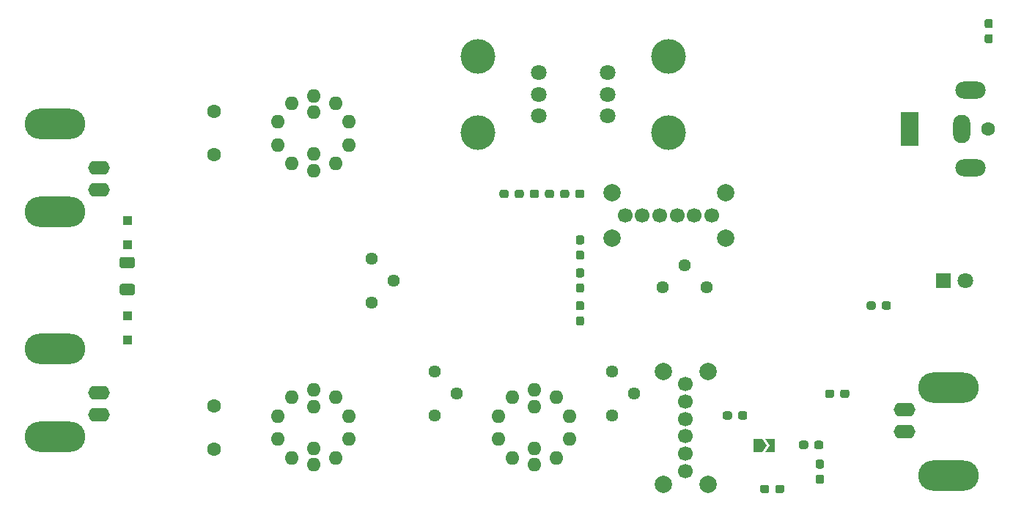
<source format=gbs>
G04 #@! TF.GenerationSoftware,KiCad,Pcbnew,(5.1.9)-1*
G04 #@! TF.CreationDate,2021-04-24T18:19:28-05:00*
G04 #@! TF.ProjectId,high-gain-diff-probe,68696768-2d67-4616-996e-2d646966662d,rev?*
G04 #@! TF.SameCoordinates,Original*
G04 #@! TF.FileFunction,Soldermask,Bot*
G04 #@! TF.FilePolarity,Negative*
%FSLAX46Y46*%
G04 Gerber Fmt 4.6, Leading zero omitted, Abs format (unit mm)*
G04 Created by KiCad (PCBNEW (5.1.9)-1) date 2021-04-24 18:19:28*
%MOMM*%
%LPD*%
G01*
G04 APERTURE LIST*
%ADD10C,1.800000*%
%ADD11R,1.800000X1.800000*%
%ADD12C,1.600000*%
%ADD13C,0.100000*%
%ADD14C,4.000000*%
%ADD15C,1.700000*%
%ADD16C,2.000000*%
%ADD17R,1.100000X1.100000*%
%ADD18C,1.440000*%
%ADD19O,1.600000X1.600000*%
%ADD20O,3.500000X2.000000*%
%ADD21O,2.000000X3.300000*%
%ADD22R,2.000000X4.000000*%
%ADD23O,2.500000X1.600000*%
%ADD24O,7.000000X3.500000*%
G04 APERTURE END LIST*
D10*
X203340000Y-100000000D03*
D11*
X200800000Y-100000000D03*
D12*
X116500000Y-114500000D03*
X116500000Y-119500000D03*
X116500000Y-80500000D03*
X116500000Y-85500000D03*
D13*
G36*
X180375000Y-119100000D02*
G01*
X179875000Y-119850000D01*
X178875000Y-119850000D01*
X178875000Y-118350000D01*
X179875000Y-118350000D01*
X180375000Y-119100000D01*
G37*
G36*
X181325000Y-119850000D02*
G01*
X180175000Y-119850000D01*
X180675000Y-119100000D01*
X180175000Y-118350000D01*
X181325000Y-118350000D01*
X181325000Y-119850000D01*
G37*
D14*
X147000000Y-74100000D03*
X147000000Y-82900000D03*
D10*
X154000000Y-76000000D03*
X154000000Y-78500000D03*
X154000000Y-81000000D03*
D15*
X174000000Y-92500000D03*
X172000000Y-92500000D03*
X170000000Y-92500000D03*
X168000000Y-92500000D03*
X166000000Y-92500000D03*
X164000000Y-92500000D03*
D16*
X162500000Y-95100000D03*
X175600000Y-95100000D03*
X175600000Y-89900000D03*
X162500000Y-89900000D03*
D15*
X171000000Y-122000000D03*
X171000000Y-120000000D03*
X171000000Y-118000000D03*
X171000000Y-116000000D03*
X171000000Y-114000000D03*
X171000000Y-112000000D03*
D16*
X168400000Y-110500000D03*
X168400000Y-123600000D03*
X173600000Y-123600000D03*
X173600000Y-110500000D03*
G36*
G01*
X105874999Y-100400000D02*
X107125001Y-100400000D01*
G75*
G02*
X107375000Y-100649999I0J-249999D01*
G01*
X107375000Y-101450001D01*
G75*
G02*
X107125001Y-101700000I-249999J0D01*
G01*
X105874999Y-101700000D01*
G75*
G02*
X105625000Y-101450001I0J249999D01*
G01*
X105625000Y-100649999D01*
G75*
G02*
X105874999Y-100400000I249999J0D01*
G01*
G37*
G36*
G01*
X105874999Y-97300000D02*
X107125001Y-97300000D01*
G75*
G02*
X107375000Y-97549999I0J-249999D01*
G01*
X107375000Y-98350001D01*
G75*
G02*
X107125001Y-98600000I-249999J0D01*
G01*
X105874999Y-98600000D01*
G75*
G02*
X105625000Y-98350001I0J249999D01*
G01*
X105625000Y-97549999D01*
G75*
G02*
X105874999Y-97300000I249999J0D01*
G01*
G37*
D17*
X106500000Y-104100000D03*
X106500000Y-106900000D03*
X106500000Y-93100000D03*
X106500000Y-95900000D03*
G36*
G01*
X180650000Y-123862500D02*
X180650000Y-124337500D01*
G75*
G02*
X180412500Y-124575000I-237500J0D01*
G01*
X179837500Y-124575000D01*
G75*
G02*
X179600000Y-124337500I0J237500D01*
G01*
X179600000Y-123862500D01*
G75*
G02*
X179837500Y-123625000I237500J0D01*
G01*
X180412500Y-123625000D01*
G75*
G02*
X180650000Y-123862500I0J-237500D01*
G01*
G37*
G36*
G01*
X182400000Y-123862500D02*
X182400000Y-124337500D01*
G75*
G02*
X182162500Y-124575000I-237500J0D01*
G01*
X181587500Y-124575000D01*
G75*
G02*
X181350000Y-124337500I0J237500D01*
G01*
X181350000Y-123862500D01*
G75*
G02*
X181587500Y-123625000I237500J0D01*
G01*
X182162500Y-123625000D01*
G75*
G02*
X182400000Y-123862500I0J-237500D01*
G01*
G37*
G36*
G01*
X186262500Y-122450000D02*
X186737500Y-122450000D01*
G75*
G02*
X186975000Y-122687500I0J-237500D01*
G01*
X186975000Y-123262500D01*
G75*
G02*
X186737500Y-123500000I-237500J0D01*
G01*
X186262500Y-123500000D01*
G75*
G02*
X186025000Y-123262500I0J237500D01*
G01*
X186025000Y-122687500D01*
G75*
G02*
X186262500Y-122450000I237500J0D01*
G01*
G37*
G36*
G01*
X186262500Y-120700000D02*
X186737500Y-120700000D01*
G75*
G02*
X186975000Y-120937500I0J-237500D01*
G01*
X186975000Y-121512500D01*
G75*
G02*
X186737500Y-121750000I-237500J0D01*
G01*
X186262500Y-121750000D01*
G75*
G02*
X186025000Y-121512500I0J237500D01*
G01*
X186025000Y-120937500D01*
G75*
G02*
X186262500Y-120700000I237500J0D01*
G01*
G37*
G36*
G01*
X188150000Y-112862500D02*
X188150000Y-113337500D01*
G75*
G02*
X187912500Y-113575000I-237500J0D01*
G01*
X187337500Y-113575000D01*
G75*
G02*
X187100000Y-113337500I0J237500D01*
G01*
X187100000Y-112862500D01*
G75*
G02*
X187337500Y-112625000I237500J0D01*
G01*
X187912500Y-112625000D01*
G75*
G02*
X188150000Y-112862500I0J-237500D01*
G01*
G37*
G36*
G01*
X189900000Y-112862500D02*
X189900000Y-113337500D01*
G75*
G02*
X189662500Y-113575000I-237500J0D01*
G01*
X189087500Y-113575000D01*
G75*
G02*
X188850000Y-113337500I0J237500D01*
G01*
X188850000Y-112862500D01*
G75*
G02*
X189087500Y-112625000I237500J0D01*
G01*
X189662500Y-112625000D01*
G75*
G02*
X189900000Y-112862500I0J-237500D01*
G01*
G37*
G36*
G01*
X176350000Y-115362500D02*
X176350000Y-115837500D01*
G75*
G02*
X176112500Y-116075000I-237500J0D01*
G01*
X175537500Y-116075000D01*
G75*
G02*
X175300000Y-115837500I0J237500D01*
G01*
X175300000Y-115362500D01*
G75*
G02*
X175537500Y-115125000I237500J0D01*
G01*
X176112500Y-115125000D01*
G75*
G02*
X176350000Y-115362500I0J-237500D01*
G01*
G37*
G36*
G01*
X178100000Y-115362500D02*
X178100000Y-115837500D01*
G75*
G02*
X177862500Y-116075000I-237500J0D01*
G01*
X177287500Y-116075000D01*
G75*
G02*
X177050000Y-115837500I0J237500D01*
G01*
X177050000Y-115362500D01*
G75*
G02*
X177287500Y-115125000I237500J0D01*
G01*
X177862500Y-115125000D01*
G75*
G02*
X178100000Y-115362500I0J-237500D01*
G01*
G37*
G36*
G01*
X151250000Y-90237500D02*
X151250000Y-89762500D01*
G75*
G02*
X151487500Y-89525000I237500J0D01*
G01*
X152062500Y-89525000D01*
G75*
G02*
X152300000Y-89762500I0J-237500D01*
G01*
X152300000Y-90237500D01*
G75*
G02*
X152062500Y-90475000I-237500J0D01*
G01*
X151487500Y-90475000D01*
G75*
G02*
X151250000Y-90237500I0J237500D01*
G01*
G37*
G36*
G01*
X149500000Y-90237500D02*
X149500000Y-89762500D01*
G75*
G02*
X149737500Y-89525000I237500J0D01*
G01*
X150312500Y-89525000D01*
G75*
G02*
X150550000Y-89762500I0J-237500D01*
G01*
X150550000Y-90237500D01*
G75*
G02*
X150312500Y-90475000I-237500J0D01*
G01*
X149737500Y-90475000D01*
G75*
G02*
X149500000Y-90237500I0J237500D01*
G01*
G37*
G36*
G01*
X158250000Y-90237500D02*
X158250000Y-89762500D01*
G75*
G02*
X158487500Y-89525000I237500J0D01*
G01*
X159062500Y-89525000D01*
G75*
G02*
X159300000Y-89762500I0J-237500D01*
G01*
X159300000Y-90237500D01*
G75*
G02*
X159062500Y-90475000I-237500J0D01*
G01*
X158487500Y-90475000D01*
G75*
G02*
X158250000Y-90237500I0J237500D01*
G01*
G37*
G36*
G01*
X156500000Y-90237500D02*
X156500000Y-89762500D01*
G75*
G02*
X156737500Y-89525000I237500J0D01*
G01*
X157312500Y-89525000D01*
G75*
G02*
X157550000Y-89762500I0J-237500D01*
G01*
X157550000Y-90237500D01*
G75*
G02*
X157312500Y-90475000I-237500J0D01*
G01*
X156737500Y-90475000D01*
G75*
G02*
X156500000Y-90237500I0J237500D01*
G01*
G37*
D18*
X162500000Y-115580000D03*
X165040000Y-113040000D03*
X162500000Y-110500000D03*
D19*
X153500000Y-119415000D03*
X153500000Y-114585000D03*
X149391436Y-118334953D03*
X150960768Y-120494953D03*
X153500000Y-121320000D03*
X156039232Y-120494953D03*
X157608564Y-118334953D03*
X157608564Y-115665047D03*
X156039232Y-113505047D03*
X153500000Y-112680000D03*
X150960768Y-113505047D03*
X149391436Y-115665047D03*
G36*
G01*
X205762500Y-71550000D02*
X206237500Y-71550000D01*
G75*
G02*
X206475000Y-71787500I0J-237500D01*
G01*
X206475000Y-72362500D01*
G75*
G02*
X206237500Y-72600000I-237500J0D01*
G01*
X205762500Y-72600000D01*
G75*
G02*
X205525000Y-72362500I0J237500D01*
G01*
X205525000Y-71787500D01*
G75*
G02*
X205762500Y-71550000I237500J0D01*
G01*
G37*
G36*
G01*
X205762500Y-69800000D02*
X206237500Y-69800000D01*
G75*
G02*
X206475000Y-70037500I0J-237500D01*
G01*
X206475000Y-70612500D01*
G75*
G02*
X206237500Y-70850000I-237500J0D01*
G01*
X205762500Y-70850000D01*
G75*
G02*
X205525000Y-70612500I0J237500D01*
G01*
X205525000Y-70037500D01*
G75*
G02*
X205762500Y-69800000I237500J0D01*
G01*
G37*
D18*
X142000000Y-115580000D03*
X144540000Y-113040000D03*
X142000000Y-110500000D03*
D19*
X128000000Y-119415000D03*
X128000000Y-114585000D03*
X123891436Y-118334953D03*
X125460768Y-120494953D03*
X128000000Y-121320000D03*
X130539232Y-120494953D03*
X132108564Y-118334953D03*
X132108564Y-115665047D03*
X130539232Y-113505047D03*
X128000000Y-112680000D03*
X125460768Y-113505047D03*
X123891436Y-115665047D03*
D18*
X173380000Y-100800000D03*
X170840000Y-98260000D03*
X168300000Y-100800000D03*
G36*
G01*
X159037500Y-103450000D02*
X158562500Y-103450000D01*
G75*
G02*
X158325000Y-103212500I0J237500D01*
G01*
X158325000Y-102637500D01*
G75*
G02*
X158562500Y-102400000I237500J0D01*
G01*
X159037500Y-102400000D01*
G75*
G02*
X159275000Y-102637500I0J-237500D01*
G01*
X159275000Y-103212500D01*
G75*
G02*
X159037500Y-103450000I-237500J0D01*
G01*
G37*
G36*
G01*
X159037500Y-105200000D02*
X158562500Y-105200000D01*
G75*
G02*
X158325000Y-104962500I0J237500D01*
G01*
X158325000Y-104387500D01*
G75*
G02*
X158562500Y-104150000I237500J0D01*
G01*
X159037500Y-104150000D01*
G75*
G02*
X159275000Y-104387500I0J-237500D01*
G01*
X159275000Y-104962500D01*
G75*
G02*
X159037500Y-105200000I-237500J0D01*
G01*
G37*
G36*
G01*
X159037500Y-95850000D02*
X158562500Y-95850000D01*
G75*
G02*
X158325000Y-95612500I0J237500D01*
G01*
X158325000Y-95037500D01*
G75*
G02*
X158562500Y-94800000I237500J0D01*
G01*
X159037500Y-94800000D01*
G75*
G02*
X159275000Y-95037500I0J-237500D01*
G01*
X159275000Y-95612500D01*
G75*
G02*
X159037500Y-95850000I-237500J0D01*
G01*
G37*
G36*
G01*
X159037500Y-97600000D02*
X158562500Y-97600000D01*
G75*
G02*
X158325000Y-97362500I0J237500D01*
G01*
X158325000Y-96787500D01*
G75*
G02*
X158562500Y-96550000I237500J0D01*
G01*
X159037500Y-96550000D01*
G75*
G02*
X159275000Y-96787500I0J-237500D01*
G01*
X159275000Y-97362500D01*
G75*
G02*
X159037500Y-97600000I-237500J0D01*
G01*
G37*
D19*
X128000000Y-85415000D03*
X128000000Y-80585000D03*
X123891436Y-84334953D03*
X125460768Y-86494953D03*
X128000000Y-87320000D03*
X130539232Y-86494953D03*
X132108564Y-84334953D03*
X132108564Y-81665047D03*
X130539232Y-79505047D03*
X128000000Y-78680000D03*
X125460768Y-79505047D03*
X123891436Y-81665047D03*
D14*
X169000000Y-82900000D03*
X169000000Y-74100000D03*
D10*
X162000000Y-81000000D03*
X162000000Y-78500000D03*
X162000000Y-76000000D03*
D12*
X205900000Y-82500000D03*
D20*
X203900000Y-78000000D03*
X203900000Y-87000000D03*
D21*
X202900000Y-82500000D03*
D22*
X196900000Y-82500000D03*
D18*
X134710000Y-102540000D03*
X137250000Y-100000000D03*
X134710000Y-97460000D03*
D23*
X196300000Y-114960000D03*
X196300000Y-117500000D03*
D24*
X201380000Y-122580000D03*
X201380000Y-112420000D03*
D23*
X103200000Y-115540000D03*
X103200000Y-113000000D03*
D24*
X98120000Y-107920000D03*
X98120000Y-118080000D03*
D23*
X103200000Y-89540000D03*
X103200000Y-87000000D03*
D24*
X98120000Y-81920000D03*
X98120000Y-92080000D03*
G36*
G01*
X194700000Y-102662500D02*
X194700000Y-103137500D01*
G75*
G02*
X194462500Y-103375000I-237500J0D01*
G01*
X193887500Y-103375000D01*
G75*
G02*
X193650000Y-103137500I0J237500D01*
G01*
X193650000Y-102662500D01*
G75*
G02*
X193887500Y-102425000I237500J0D01*
G01*
X194462500Y-102425000D01*
G75*
G02*
X194700000Y-102662500I0J-237500D01*
G01*
G37*
G36*
G01*
X192950000Y-102662500D02*
X192950000Y-103137500D01*
G75*
G02*
X192712500Y-103375000I-237500J0D01*
G01*
X192137500Y-103375000D01*
G75*
G02*
X191900000Y-103137500I0J237500D01*
G01*
X191900000Y-102662500D01*
G75*
G02*
X192137500Y-102425000I237500J0D01*
G01*
X192712500Y-102425000D01*
G75*
G02*
X192950000Y-102662500I0J-237500D01*
G01*
G37*
G36*
G01*
X185150000Y-118762500D02*
X185150000Y-119237500D01*
G75*
G02*
X184912500Y-119475000I-237500J0D01*
G01*
X184337500Y-119475000D01*
G75*
G02*
X184100000Y-119237500I0J237500D01*
G01*
X184100000Y-118762500D01*
G75*
G02*
X184337500Y-118525000I237500J0D01*
G01*
X184912500Y-118525000D01*
G75*
G02*
X185150000Y-118762500I0J-237500D01*
G01*
G37*
G36*
G01*
X186900000Y-118762500D02*
X186900000Y-119237500D01*
G75*
G02*
X186662500Y-119475000I-237500J0D01*
G01*
X186087500Y-119475000D01*
G75*
G02*
X185850000Y-119237500I0J237500D01*
G01*
X185850000Y-118762500D01*
G75*
G02*
X186087500Y-118525000I237500J0D01*
G01*
X186662500Y-118525000D01*
G75*
G02*
X186900000Y-118762500I0J-237500D01*
G01*
G37*
G36*
G01*
X154050000Y-89762500D02*
X154050000Y-90237500D01*
G75*
G02*
X153812500Y-90475000I-237500J0D01*
G01*
X153237500Y-90475000D01*
G75*
G02*
X153000000Y-90237500I0J237500D01*
G01*
X153000000Y-89762500D01*
G75*
G02*
X153237500Y-89525000I237500J0D01*
G01*
X153812500Y-89525000D01*
G75*
G02*
X154050000Y-89762500I0J-237500D01*
G01*
G37*
G36*
G01*
X155800000Y-89762500D02*
X155800000Y-90237500D01*
G75*
G02*
X155562500Y-90475000I-237500J0D01*
G01*
X154987500Y-90475000D01*
G75*
G02*
X154750000Y-90237500I0J237500D01*
G01*
X154750000Y-89762500D01*
G75*
G02*
X154987500Y-89525000I237500J0D01*
G01*
X155562500Y-89525000D01*
G75*
G02*
X155800000Y-89762500I0J-237500D01*
G01*
G37*
G36*
G01*
X158562500Y-100350000D02*
X159037500Y-100350000D01*
G75*
G02*
X159275000Y-100587500I0J-237500D01*
G01*
X159275000Y-101162500D01*
G75*
G02*
X159037500Y-101400000I-237500J0D01*
G01*
X158562500Y-101400000D01*
G75*
G02*
X158325000Y-101162500I0J237500D01*
G01*
X158325000Y-100587500D01*
G75*
G02*
X158562500Y-100350000I237500J0D01*
G01*
G37*
G36*
G01*
X158562500Y-98600000D02*
X159037500Y-98600000D01*
G75*
G02*
X159275000Y-98837500I0J-237500D01*
G01*
X159275000Y-99412500D01*
G75*
G02*
X159037500Y-99650000I-237500J0D01*
G01*
X158562500Y-99650000D01*
G75*
G02*
X158325000Y-99412500I0J237500D01*
G01*
X158325000Y-98837500D01*
G75*
G02*
X158562500Y-98600000I237500J0D01*
G01*
G37*
M02*

</source>
